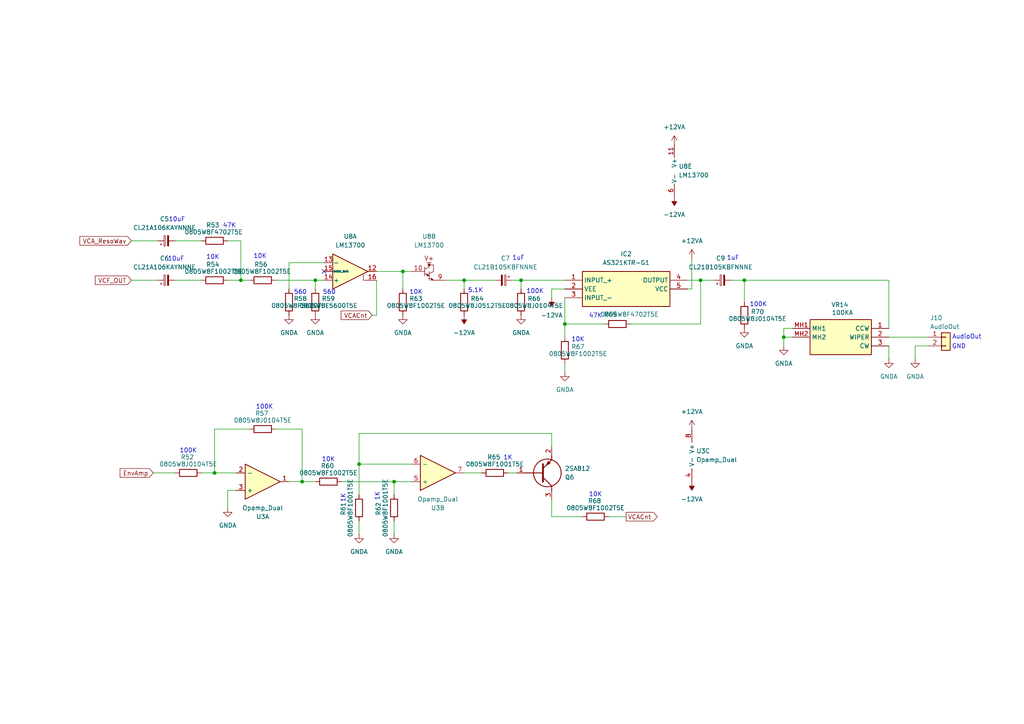
<source format=kicad_sch>
(kicad_sch (version 20250114) (generator "eeschema") (generator_version "9.0")
  (paper "A4")
  (lib_symbols
    (symbol "Amplifier_Operational:LM13700" (pin_names (offset 0.127))
      (property "Reference" "U" (at 3.81 5.08 0))
      (property "Value" "LM13700" (at 5.08 -5.08 0))
      (symbol "LM13700_1_1"
        (polyline (pts (xy 3.81 -0.635) (xy 3.81 -2.54) (xy 5.08 -2.54)))
        (polyline (pts (xy 5.08 0) (xy -5.08 -5.08) (xy -5.08 5.08) (xy 5.08 0)) (stroke (width 0.254)) (fill (type background)))
        (pin input line (at -7.62 2.54 0) (length 2.54) (name "-") (number "13"))
        (pin input line (at -7.62 0 0) (length 2.54) (name "DIODE_BIAS") (number "15"))
        (pin input line (at -7.62 -2.54 0) (length 2.54) (name "+") (number "14"))
        (pin output line (at 7.62 0 180) (length 2.54) (name "~") (number "12"))
        (pin input line (at 7.62 -2.54 180) (length 2.54) (name "~") (number "16"))
      )
      (symbol "LM13700_2_0"
        (polyline (pts (xy -1.905 2.54) (xy -3.175 2.54)))
      )
      (symbol "LM13700_2_1"
        (polyline (pts (xy -3.81 1.27) (xy -3.81 -1.27)))
        (polyline (pts (xy -3.81 0.635) (xy -2.54 1.27) (xy -2.54 1.905) (xy -2.54 2.54)))
        (polyline (pts (xy -3.81 -0.635) (xy -2.54 -1.27)))
        (circle (center -2.54 1.905) (radius 0.254) (stroke (width 0.254)) (fill (type outline)))
        (polyline (pts (xy -2.54 0) (xy -2.54 -2.54)))
        (polyline (pts (xy -2.54 -0.635) (xy -1.27 0) (xy -1.27 1.905) (xy -2.54 1.905)))
        (polyline (pts (xy -2.54 -1.27) (xy -3.175 -0.635) (xy -3.175 -1.27) (xy -2.54 -1.27)) (fill (type outline)))
        (polyline (pts (xy -2.54 -1.905) (xy -1.27 -2.54)))
        (polyline (pts (xy -1.27 -2.54) (xy -1.905 -1.905) (xy -1.905 -2.54) (xy -1.27 -2.54)) (fill (type outline)))
        (text "V+" (at -2.54 3.81 0) (effects (font (size 1.27 1.27))))
        (pin input line (at -7.62 0 0) (length 3.81) (name "~") (number "10"))
        (pin output line (at 2.54 -2.54 180) (length 3.81) (name "~") (number "9"))
      )
      (symbol "LM13700_3_1"
        (polyline (pts (xy 3.81 -0.635) (xy 3.81 -2.54) (xy 5.08 -2.54)))
        (polyline (pts (xy 5.08 0) (xy -5.08 -5.08) (xy -5.08 5.08) (xy 5.08 0)) (stroke (width 0.254)) (fill (type background)))
        (pin input line (at -7.62 2.54 0) (length 2.54) (name "-") (number "4"))
        (pin input line (at -7.62 0 0) (length 2.54) (name "DIODE_BIAS") (number "2"))
        (pin input line (at -7.62 -2.54 0) (length 2.54) (name "+") (number "3"))
        (pin output line (at 7.62 0 180) (length 2.54) (name "~") (number "5"))
        (pin input line (at 7.62 -2.54 180) (length 2.54) (name "~") (number "1"))
      )
      (symbol "LM13700_4_0"
        (polyline (pts (xy -3.175 2.54) (xy -1.905 2.54)))
        (text "V+" (at -2.54 3.81 0) (effects (font (size 1.27 1.27))))
      )
      (symbol "LM13700_4_1"
        (polyline (pts (xy -3.81 1.27) (xy -3.81 -1.27)))
        (polyline (pts (xy -3.81 0.635) (xy -2.54 1.27) (xy -2.54 2.54)))
        (polyline (pts (xy -3.81 -0.635) (xy -2.54 -1.27)))
        (circle (center -2.54 1.905) (radius 0.254) (stroke (width 0.254)) (fill (type outline)))
        (polyline (pts (xy -2.54 0) (xy -2.54 -2.54)))
        (polyline (pts (xy -2.54 -0.635) (xy -1.27 0) (xy -1.27 1.905) (xy -2.54 1.905)))
        (polyline (pts (xy -2.54 -1.27) (xy -3.175 -0.635) (xy -3.175 -1.27) (xy -2.54 -1.27)) (fill (type outline)))
        (polyline (pts (xy -2.54 -1.905) (xy -1.27 -2.54)))
        (polyline (pts (xy -1.27 -2.54) (xy -1.905 -1.905) (xy -1.905 -2.54) (xy -1.27 -2.54)) (fill (type outline)))
        (pin input line (at -7.62 0 0) (length 3.81) (name "~") (number "7"))
        (pin output line (at 2.54 -2.54 180) (length 3.81) (name "~") (number "8"))
      )
      (symbol "LM13700_5_1"
        (pin power_in line (at -2.54 7.62 270) (length 3.81) (name "V+") (number "11"))
        (pin power_in line (at -2.54 -7.62 90) (length 3.81) (name "V-") (number "6"))
      )
    )
    (symbol "Connector_Generic:Conn_01x02" (pin_names (offset 1.016) (hide yes))
      (property "Reference" "J" (at 0 2.54 0))
      (property "Value" "Conn_01x02" (at 0 -5.08 0))
      (symbol "Conn_01x02_1_1"
        (rectangle (start -1.27 1.27) (end 1.27 -3.81) (stroke (width 0.254)) (fill (type background)))
        (rectangle (start -1.27 0.127) (end 0 -0.127) (stroke (width 0.1524)))
        (rectangle (start -1.27 -2.413) (end 0 -2.667) (stroke (width 0.1524)))
        (pin passive line (at -5.08 0 0) (length 3.81) (name "Pin_1") (number "1"))
        (pin passive line (at -5.08 -2.54 0) (length 3.81) (name "Pin_2") (number "2"))
      )
    )
    (symbol "Device:C_Polarized_Small" (pin_numbers (hide yes)) (pin_names (offset 0.254) (hide yes))
      (property "Reference" "C" (at 0.254 1.778 0))
      (property "Value" "C_Polarized_Small" (at 0.254 -2.032 0))
      (symbol "C_Polarized_Small_0_1"
        (rectangle (start -1.524 0.6858) (end 1.524 0.3048))
        (rectangle (start -1.524 -0.3048) (end 1.524 -0.6858) (fill (type outline)))
        (polyline (pts (xy -1.27 1.524) (xy -0.762 1.524)))
        (polyline (pts (xy -1.016 1.27) (xy -1.016 1.778)))
      )
      (symbol "C_Polarized_Small_1_1"
        (pin passive line (at 0 2.54 270) (length 1.8542) (name "~") (number "1"))
        (pin passive line (at 0 -2.54 90) (length 1.8542) (name "~") (number "2"))
      )
    )
    (symbol "Device:Opamp_Dual"
      (property "Reference" "U" (at 0 5.08 0))
      (property "Value" "Opamp_Dual" (at 0 -5.08 0))
      (symbol "Opamp_Dual_1_1"
        (polyline (pts (xy -5.08 5.08) (xy 5.08 0) (xy -5.08 -5.08) (xy -5.08 5.08)) (stroke (width 0.254)) (fill (type background)))
        (pin input line (at -7.62 2.54 0) (length 2.54) (name "+") (number "3"))
        (pin input line (at -7.62 -2.54 0) (length 2.54) (name "-") (number "2"))
        (pin output line (at 7.62 0 180) (length 2.54) (name "~") (number "1"))
      )
      (symbol "Opamp_Dual_2_1"
        (polyline (pts (xy -5.08 5.08) (xy 5.08 0) (xy -5.08 -5.08) (xy -5.08 5.08)) (stroke (width 0.254)) (fill (type background)))
        (pin input line (at -7.62 2.54 0) (length 2.54) (name "+") (number "5"))
        (pin input line (at -7.62 -2.54 0) (length 2.54) (name "-") (number "6"))
        (pin output line (at 7.62 0 180) (length 2.54) (name "~") (number "7"))
      )
      (symbol "Opamp_Dual_3_1"
        (pin power_in line (at -2.54 7.62 270) (length 3.81) (name "V+") (number "8"))
        (pin power_in line (at -2.54 -7.62 90) (length 3.81) (name "V-") (number "4"))
      )
    )
    (symbol "Device:R" (pin_numbers (hide yes)) (pin_names (offset 0))
      (property "Reference" "R" (at 2.032 0 90))
      (property "Value" "R" (at 0 0 90))
      (symbol "R_0_1"
        (rectangle (start -1.016 -2.54) (end 1.016 2.54) (stroke (width 0.254)))
      )
      (symbol "R_1_1"
        (pin passive line (at 0 3.81 270) (length 1.27) (name "~") (number "1"))
        (pin passive line (at 0 -3.81 90) (length 1.27) (name "~") (number "2"))
      )
    )
    (symbol "SamacSys_Parts:2SA812" (pin_names (hide yes))
      (property "Reference" "Q" (at 13.97 1.27 0))
      (property "Value" "2SA812" (at 13.97 -1.27 0))
      (symbol "2SA812_1_1"
        (polyline (pts (xy 2.54 0) (xy 7.62 0)) (stroke (width 0.254)))
        (polyline (pts (xy 7.62 2.54) (xy 7.62 -2.54)) (stroke (width 0.508)))
        (polyline (pts (xy 7.62 1.27) (xy 10.16 3.81)) (stroke (width 0.254)))
        (polyline (pts (xy 7.62 -1.27) (xy 10.16 -3.81)) (stroke (width 0.254)))
        (circle (center 8.89 0) (radius 4.016) (stroke (width 0.254)))
        (polyline (pts (xy 9.652 -2.794) (xy 9.144 -3.302) (xy 8.636 -2.286) (xy 9.652 -2.794)) (stroke (width 0.254)) (fill (type outline)))
        (polyline (pts (xy 10.16 3.81) (xy 10.16 5.08)) (stroke (width 0.254)))
        (polyline (pts (xy 10.16 -3.81) (xy 10.16 -5.08)) (stroke (width 0.254)))
        (pin passive line (at 0 0 0) (length 2.54) (name "B") (number "1"))
        (pin passive line (at 10.16 7.62 270) (length 2.54) (name "C") (number "3"))
        (pin passive line (at 10.16 -7.62 90) (length 2.54) (name "E") (number "2"))
      )
    )
    (symbol "SamacSys_Parts:AS321KTR-E1"
      (property "Reference" "D" (at 31.75 7.62 0))
      (property "Value" "AS321KTR-E1" (at 31.75 5.08 0))
      (symbol "AS321KTR-E1_1_1"
        (rectangle (start 5.08 2.54) (end 30.48 -7.62) (stroke (width 0.254)) (fill (type background)))
        (pin passive line (at 0 0 0) (length 5.08) (name "INPUT_+") (number "1"))
        (pin passive line (at 0 -2.54 0) (length 5.08) (name "VEE") (number "2"))
        (pin passive line (at 0 -5.08 0) (length 5.08) (name "INPUT_-") (number "3"))
        (pin passive line (at 35.56 0 180) (length 5.08) (name "OUTPUT") (number "4"))
        (pin passive line (at 35.56 -2.54 180) (length 5.08) (name "VCC") (number "5"))
      )
    )
    (symbol "SamacSys_Parts:RK09D117000B"
      (property "Reference" "VR" (at 24.13 7.62 0))
      (property "Value" "RK09D117000B" (at 24.13 5.08 0))
      (symbol "RK09D117000B_1_1"
        (rectangle (start 5.08 2.54) (end 22.86 -7.62) (stroke (width 0.254)) (fill (type background)))
        (pin passive line (at 0 0 0) (length 5.08) (name "CCW") (number "1"))
        (pin passive line (at 0 -2.54 0) (length 5.08) (name "WIPER") (number "2"))
        (pin passive line (at 0 -5.08 0) (length 5.08) (name "CW") (number "3"))
        (pin passive line (at 27.94 0 180) (length 5.08) (name "MH1") (number "MH1"))
        (pin passive line (at 27.94 -2.54 180) (length 5.08) (name "MH2") (number "MH2"))
      )
    )
    (symbol "power:+12VA" (power) (pin_numbers (hide yes)) (pin_names (offset 0) (hide yes))
      (property "Value" "+12VA" (at 0 3.556 0))
      (symbol "+12VA_0_1"
        (polyline (pts (xy -0.762 1.27) (xy 0 2.54)))
        (polyline (pts (xy 0 2.54) (xy 0.762 1.27)))
        (polyline (pts (xy 0 0) (xy 0 2.54)))
      )
      (symbol "+12VA_1_1"
        (pin power_in line (at 0 0 90) (length 0) (name "~") (number "1"))
      )
    )
    (symbol "power:-12VA" (power) (pin_numbers (hide yes)) (pin_names (offset 0) (hide yes))
      (property "Value" "-12VA" (at 0 3.556 0))
      (symbol "-12VA_0_0"
        (pin power_in line (at 0 0 90) (length 0) (name "~") (number "1"))
      )
      (symbol "-12VA_0_1"
        (polyline (pts (xy 0 0) (xy 0 1.27) (xy 0.762 1.27) (xy 0 2.54) (xy -0.762 1.27) (xy 0 1.27)) (fill (type outline)))
      )
    )
    (symbol "power:GNDA" (power) (pin_numbers (hide yes)) (pin_names (offset 0) (hide yes))
      (property "Value" "GNDA" (at 0 -3.81 0))
      (symbol "GNDA_0_1"
        (polyline (pts (xy 0 0) (xy 0 -1.27) (xy 1.27 -1.27) (xy 0 -2.54) (xy -1.27 -1.27) (xy 0 -1.27)))
      )
      (symbol "GNDA_1_1"
        (pin power_in line (at 0 0 270) (length 0) (name "~") (number "1"))
      )
    )
  )
  (text "10K" (at 61.722 74.676 0) (effects (font (size 1.27 1.27))))
  (text "10K" (at 95.25 133.35 0) (effects (font (size 1.27 1.27))))
  (text "10K" (at 172.72 143.51 0) (effects (font (size 1.27 1.27))))
  (text "100K" (at 219.964 88.392 0) (effects (font (size 1.27 1.27))))
  (text "47K" (at 66.548 65.532 0) (effects (font (size 1.27 1.27))))
  (text "1uF" (at 212.598 74.93 0) (effects (font (size 1.27 1.27))))
  (text "10K" (at 167.64 98.552 0) (effects (font (size 1.27 1.27))))
  (text "10uF" (at 51.308 63.754 0) (effects (font (size 1.27 1.27))))
  (text "10uF" (at 51.054 75.184 0) (effects (font (size 1.27 1.27))))
  (text "100K" (at 155.194 84.582 0) (effects (font (size 1.27 1.27))))
  (text "5.1K" (at 137.922 84.328 0) (effects (font (size 1.27 1.27))))
  (text "560" (at 87.122 84.836 0) (effects (font (size 1.27 1.27))))
  (text "100K" (at 76.708 118.11 0) (effects (font (size 1.27 1.27))))
  (text "100K" (at 54.61 130.81 0) (effects (font (size 1.27 1.27))))
  (text "10K" (at 75.438 74.422 0) (effects (font (size 1.27 1.27))))
  (text "1K" (at 109.474 144.018 90) (effects (font (size 1.27 1.27))))
  (text "560" (at 95.504 84.836 0) (effects (font (size 1.27 1.27))))
  (text "1K" (at 147.32 132.842 0) (effects (font (size 1.27 1.27))))
  (text "GND" (at 278.13 100.584 0) (effects (font (size 1.27 1.27))))
  (text "1uF" (at 150.368 74.93 0) (effects (font (size 1.27 1.27))))
  (text "47K" (at 172.72 91.694 0) (effects (font (size 1.27 1.27))))
  (text "10K" (at 120.65 84.836 0) (effects (font (size 1.27 1.27))))
  (text "1K" (at 99.568 144.526 90) (effects (font (size 1.27 1.27))))
  (text "AudioOut" (at 280.416 97.79 0) (effects (font (size 1.27 1.27))))
  (junction (at 62.23 137.16))
  (junction (at 116.84 78.74))
  (junction (at 215.9 81.28))
  (junction (at 163.83 93.98))
  (junction (at 104.14 134.62))
  (junction (at 203.2 81.28))
  (junction (at 91.44 81.28))
  (junction (at 87.63 139.7))
  (junction (at 227.33 97.79))
  (junction (at 69.85 81.28))
  (junction (at 134.62 81.28))
  (junction (at 151.13 81.28))
  (junction (at 114.3 139.7))
  (no_connect (at 93.98 78.74))
  (wire (pts (xy 80.01 124.46) (xy 87.63 124.46)))
  (wire (pts (xy 163.83 86.36) (xy 163.83 93.98)))
  (wire (pts (xy 160.02 83.82) (xy 160.02 86.36)))
  (wire (pts (xy 72.39 124.46) (xy 62.23 124.46)))
  (wire (pts (xy 200.66 83.82) (xy 199.39 83.82)))
  (wire (pts (xy 50.8 81.28) (xy 58.42 81.28)))
  (wire (pts (xy 104.14 125.73) (xy 104.14 134.62)))
  (wire (pts (xy 229.87 97.79) (xy 227.33 97.79)))
  (wire (pts (xy 215.9 81.28) (xy 215.9 87.63)))
  (wire (pts (xy 69.85 81.28) (xy 72.39 81.28)))
  (wire (pts (xy 109.22 91.44) (xy 107.95 91.44)))
  (wire (pts (xy 66.04 142.24) (xy 66.04 147.32)))
  (wire (pts (xy 229.87 95.25) (xy 227.33 95.25)))
  (wire (pts (xy 87.63 139.7) (xy 91.44 139.7)))
  (wire (pts (xy 50.8 69.85) (xy 58.42 69.85)))
  (wire (pts (xy 203.2 81.28) (xy 203.2 93.98)))
  (wire (pts (xy 212.09 81.28) (xy 215.9 81.28)))
  (wire (pts (xy 134.62 81.28) (xy 143.51 81.28)))
  (wire (pts (xy 91.44 81.28) (xy 80.01 81.28)))
  (wire (pts (xy 62.23 124.46) (xy 62.23 137.16)))
  (wire (pts (xy 62.23 137.16) (xy 68.58 137.16)))
  (wire (pts (xy 114.3 139.7) (xy 114.3 143.51)))
  (wire (pts (xy 114.3 151.13) (xy 114.3 154.94)))
  (wire (pts (xy 148.59 81.28) (xy 151.13 81.28)))
  (wire (pts (xy 163.83 93.98) (xy 163.83 97.79)))
  (wire (pts (xy 215.9 81.28) (xy 257.81 81.28)))
  (wire (pts (xy 160.02 125.73) (xy 160.02 129.54)))
  (wire (pts (xy 199.39 81.28) (xy 203.2 81.28)))
  (wire (pts (xy 176.53 149.86) (xy 181.61 149.86)))
  (wire (pts (xy 58.42 137.16) (xy 62.23 137.16)))
  (wire (pts (xy 93.98 76.2) (xy 83.82 76.2)))
  (wire (pts (xy 200.66 74.93) (xy 200.66 83.82)))
  (wire (pts (xy 257.81 81.28) (xy 257.81 95.25)))
  (wire (pts (xy 116.84 83.82) (xy 116.84 78.74)))
  (wire (pts (xy 160.02 125.73) (xy 104.14 125.73)))
  (wire (pts (xy 134.62 81.28) (xy 134.62 83.82)))
  (wire (pts (xy 104.14 134.62) (xy 119.38 134.62)))
  (wire (pts (xy 257.81 97.79) (xy 269.24 97.79)))
  (wire (pts (xy 116.84 78.74) (xy 119.38 78.74)))
  (wire (pts (xy 91.44 81.28) (xy 93.98 81.28)))
  (wire (pts (xy 160.02 144.78) (xy 160.02 149.86)))
  (wire (pts (xy 265.43 100.33) (xy 265.43 104.14)))
  (wire (pts (xy 104.14 143.51) (xy 104.14 134.62)))
  (wire (pts (xy 151.13 81.28) (xy 151.13 83.82)))
  (wire (pts (xy 203.2 93.98) (xy 182.88 93.98)))
  (wire (pts (xy 109.22 81.28) (xy 109.22 91.44)))
  (wire (pts (xy 66.04 81.28) (xy 69.85 81.28)))
  (wire (pts (xy 129.54 81.28) (xy 134.62 81.28)))
  (wire (pts (xy 38.1 81.28) (xy 45.72 81.28)))
  (wire (pts (xy 163.83 93.98) (xy 175.26 93.98)))
  (wire (pts (xy 91.44 81.28) (xy 91.44 83.82)))
  (wire (pts (xy 44.45 137.16) (xy 50.8 137.16)))
  (wire (pts (xy 38.1 69.85) (xy 45.72 69.85)))
  (wire (pts (xy 66.04 69.85) (xy 69.85 69.85)))
  (wire (pts (xy 87.63 139.7) (xy 87.63 124.46)))
  (wire (pts (xy 151.13 81.28) (xy 163.83 81.28)))
  (wire (pts (xy 163.83 83.82) (xy 160.02 83.82)))
  (wire (pts (xy 269.24 100.33) (xy 265.43 100.33)))
  (wire (pts (xy 227.33 97.79) (xy 227.33 100.33)))
  (wire (pts (xy 66.04 142.24) (xy 68.58 142.24)))
  (wire (pts (xy 83.82 139.7) (xy 87.63 139.7)))
  (wire (pts (xy 99.06 139.7) (xy 114.3 139.7)))
  (wire (pts (xy 83.82 76.2) (xy 83.82 83.82)))
  (wire (pts (xy 203.2 81.28) (xy 207.01 81.28)))
  (wire (pts (xy 227.33 95.25) (xy 227.33 97.79)))
  (wire (pts (xy 109.22 78.74) (xy 116.84 78.74)))
  (wire (pts (xy 69.85 69.85) (xy 69.85 81.28)))
  (wire (pts (xy 104.14 151.13) (xy 104.14 154.94)))
  (wire (pts (xy 134.62 137.16) (xy 139.7 137.16)))
  (wire (pts (xy 163.83 105.41) (xy 163.83 107.95)))
  (wire (pts (xy 257.81 100.33) (xy 257.81 104.14)))
  (wire (pts (xy 147.32 137.16) (xy 149.86 137.16)))
  (wire (pts (xy 160.02 149.86) (xy 168.91 149.86)))
  (wire (pts (xy 119.38 139.7) (xy 114.3 139.7)))
  (global_label "VCA_ResoWav" (shape input) (at 38.1 69.85 180) (property "Intersheetrefs" "${INTERSHEET_REFS}" (effects (hide yes))))
  (global_label "VCACnt" (shape input) (at 107.95 91.44 180) (property "Intersheetrefs" "${INTERSHEET_REFS}" (effects (hide yes))))
  (global_label "VCACnt" (shape output) (at 181.61 149.86 0) (property "Intersheetrefs" "${INTERSHEET_REFS}" (effects (hide yes))))
  (global_label "VCF_OUT" (shape input) (at 38.1 81.28 180) (property "Intersheetrefs" "${INTERSHEET_REFS}" (effects (hide yes))))
  (global_label "EnvAmp" (shape input) (at 44.45 137.16 180) (property "Intersheetrefs" "${INTERSHEET_REFS}" (effects (hide yes))))
  (symbol (lib_id "Device:R") (at 91.44 87.63 0) (mirror x) (unit 1)
    (property "Reference" "R59" (at 95.25 86.614 0))
    (property "Value" "0805W8F5600T5E" (at 95.25 88.646 0))
    (property "Footprint" "Resistor_SMD:R_0805_2012Metric_Pad1.20x1.40mm_HandSolder" (effects (hide yes)))
    (property "Description" "Resistor" (effects (hide yes)))
  )
  (symbol (lib_id "Device:C_Polarized_Small") (at 48.26 81.28 90) (unit 1)
    (property "Reference" "C6" (at 47.7139 74.93 90))
    (property "Value" "CL21A106KAYNNNE" (at 47.7139 77.47 90))
    (property "Footprint" "Capacitor_SMD:C_0805_2012Metric_Pad1.18x1.45mm_HandSolder" (effects (hide yes)))
    (property "Description" "Polarized capacitor, small symbol" (effects (hide yes)))
  )
  (symbol (lib_id "Device:R") (at 83.82 87.63 0) (mirror x) (unit 1)
    (property "Reference" "R58" (at 87.122 86.614 0))
    (property "Value" "0805W8F5600T5E" (at 87.122 88.646 0))
    (property "Footprint" "Resistor_SMD:R_0805_2012Metric_Pad1.20x1.40mm_HandSolder" (effects (hide yes)))
    (property "Description" "Resistor" (effects (hide yes)))
  )
  (symbol (lib_id "power:+12VA") (at 195.58 41.91 0) (unit 1)
    (property "Reference" "#PWR0124" (effects (hide yes)))
    (property "Value" "+12VA" (at 195.58 36.83 0))
    (property "Description" "Power symbol creates a global label with name \"+12VA\"" (effects (hide yes)))
  )
  (symbol (lib_id "power:GNDA") (at 265.43 104.14 0) (unit 1)
    (property "Reference" "#PWR0126" (effects (hide yes)))
    (property "Value" "GNDA" (at 265.43 109.22 0))
    (property "Description" "Power symbol creates a global label with name \"GNDA\" , analog ground" (effects (hide yes)))
  )
  (symbol (lib_id "Device:R") (at 76.2 124.46 90) (unit 1)
    (property "Reference" "R57" (at 75.946 119.888 90))
    (property "Value" "0805W8J0104T5E" (at 76.2 121.92 90))
    (property "Footprint" "Resistor_SMD:R_0805_2012Metric_Pad1.20x1.40mm_HandSolder" (effects (hide yes)))
    (property "Description" "Resistor" (effects (hide yes)))
  )
  (symbol (lib_id "SamacSys_Parts:AS321KTR-E1") (at 163.83 81.28 0) (unit 1)
    (property "Reference" "IC2" (at 181.61 73.66 0))
    (property "Value" "AS321KTR-G1" (at 181.61 76.2 0))
    (property "Footprint" "SamacSys_parts:SOT95P282X145-5N" (effects (hide yes)))
    (property "Datasheet" "https://www.diodes.com//assets/Datasheets/AS321.pdf" (effects (hide yes)))
    (property "Description" "Excellent Phase Margin: 60 deg.  Large Voltage Gain: 100dB (Typical)  Low Input Bias Current: 20nA (Typical)  Low Input Offset Voltage: 2mV (Typical)  Low Supply Current: 0.35mA at VCC = 5V  Wide Power Supply Voltage:  Single Supply: 3V to 36V  Dual Supplies: +/-1.5V to +/-18V  Wide Input Common Mode Voltage Range: 0V to VCC-1.5V  Lead-Free Packages: SOT25  Totally Lead-Free; RoHS Compliant (Notes 1 & 2)  Lead-Free Packages, Available in Green Molding Compound: SOT25  Totally Lead-F" (effects (hide yes)))
    (property "Height" "1.45" (effects (hide yes)))
    (property "Manufacturer_Name" "Diodes Incorporated" (effects (hide yes)))
    (property "Manufacturer_Part_Number" "AS321KTR-E1" (effects (hide yes)))
    (property "Mouser Part Number" "621-AS321KTR-E1" (effects (hide yes)))
    (property "Mouser Price/Stock" "https://www.mouser.co.uk/ProductDetail/Diodes-Incorporated/AS321KTR-E1?qs=5V6w%252Be2aIqbJH6DETpx4Lw%3D%3D" (effects (hide yes)))
    (property "Arrow Part Number" "AS321KTR-E1" (effects (hide yes)))
    (property "Arrow Price/Stock" "https://www.arrow.com/en/products/as321ktr-e1/diodes-incorporated?region=nac" (effects (hide yes)))
  )
  (symbol (lib_id "Device:R") (at 62.23 81.28 270) (mirror x) (unit 1)
    (property "Reference" "R54" (at 61.722 76.708 90))
    (property "Value" "0805W8F1002T5E" (at 61.976 78.74 90))
    (property "Footprint" "Resistor_SMD:R_0805_2012Metric_Pad1.20x1.40mm_HandSolder" (effects (hide yes)))
    (property "Description" "Resistor" (effects (hide yes)))
  )
  (symbol (lib_id "power:GNDA") (at 215.9 95.25 0) (mirror y) (unit 1)
    (property "Reference" "#PWR0122" (effects (hide yes)))
    (property "Value" "GNDA" (at 215.9 100.33 0))
    (property "Description" "Power symbol creates a global label with name \"GNDA\" , analog ground" (effects (hide yes)))
  )
  (symbol (lib_id "Device:R") (at 116.84 87.63 0) (mirror x) (unit 1)
    (property "Reference" "R63" (at 120.65 86.614 0))
    (property "Value" "0805W8F1002T5E" (at 120.65 88.646 0))
    (property "Footprint" "Resistor_SMD:R_0805_2012Metric_Pad1.20x1.40mm_HandSolder" (effects (hide yes)))
    (property "Description" "Resistor" (effects (hide yes)))
  )
  (symbol (lib_id "power:GNDA") (at 163.83 107.95 0) (mirror y) (unit 1)
    (property "Reference" "#PWR0121" (effects (hide yes)))
    (property "Value" "GNDA" (at 163.83 113.03 0))
    (property "Description" "Power symbol creates a global label with name \"GNDA\" , analog ground" (effects (hide yes)))
  )
  (symbol (lib_id "Device:R") (at 114.3 147.32 180) (unit 1)
    (property "Reference" "R62" (at 109.728 147.574 90))
    (property "Value" "0805W8F1001T5E" (at 111.76 147.32 90))
    (property "Footprint" "Resistor_SMD:R_0805_2012Metric_Pad1.20x1.40mm_HandSolder" (effects (hide yes)))
    (property "Description" "Resistor" (effects (hide yes)))
  )
  (symbol (lib_id "Connector_Generic:Conn_01x02") (at 274.32 97.79 0) (unit 1)
    (property "Reference" "J10" (at 269.748 92.202 0) (effects (justify left)))
    (property "Value" "AudioOut" (at 269.748 94.742 0) (effects (justify left)))
    (property "Footprint" "Connector_PinHeader_2.54mm:PinHeader_1x02_P2.54mm_Vertical" (effects (hide yes)))
    (property "Description" "Generic connector, single row, 01x02, script generated (kicad-library-utils/schlib/autogen/connector/)" (effects (hide yes)))
  )
  (symbol (lib_id "power:GNDA") (at 257.81 104.14 0) (unit 1)
    (property "Reference" "#PWR0125" (effects (hide yes)))
    (property "Value" "GNDA" (at 257.81 109.22 0))
    (property "Description" "Power symbol creates a global label with name \"GNDA\" , analog ground" (effects (hide yes)))
  )
  (symbol (lib_id "power:GNDA") (at 151.13 91.44 0) (mirror y) (unit 1)
    (property "Reference" "#PWR0120" (effects (hide yes)))
    (property "Value" "GNDA" (at 151.13 96.52 0))
    (property "Description" "Power symbol creates a global label with name \"GNDA\" , analog ground" (effects (hide yes)))
  )
  (symbol (lib_id "Device:R") (at 163.83 101.6 0) (mirror x) (unit 1)
    (property "Reference" "R67" (at 167.64 100.584 0))
    (property "Value" "0805W8F1002T5E" (at 167.64 102.616 0))
    (property "Footprint" "Resistor_SMD:R_0805_2012Metric_Pad1.20x1.40mm_HandSolder" (effects (hide yes)))
    (property "Description" "Resistor" (effects (hide yes)))
  )
  (symbol (lib_id "Device:R") (at 54.61 137.16 90) (unit 1)
    (property "Reference" "R52" (at 54.356 132.588 90))
    (property "Value" "0805W8J0104T5E" (at 54.61 134.62 90))
    (property "Footprint" "Resistor_SMD:R_0805_2012Metric_Pad1.20x1.40mm_HandSolder" (effects (hide yes)))
    (property "Description" "Resistor" (effects (hide yes)))
  )
  (symbol (lib_id "Device:R") (at 143.51 137.16 90) (unit 1)
    (property "Reference" "R65" (at 143.256 132.588 90))
    (property "Value" "0805W8F1001T5E" (at 143.51 134.62 90))
    (property "Footprint" "Resistor_SMD:R_0805_2012Metric_Pad1.20x1.40mm_HandSolder" (effects (hide yes)))
    (property "Description" "Resistor" (effects (hide yes)))
  )
  (symbol (lib_id "Device:C_Polarized_Small") (at 209.55 81.28 90) (unit 1)
    (property "Reference" "C9" (at 209.0039 74.93 90))
    (property "Value" "CL21B105KBFNNNE" (at 209.0039 77.47 90))
    (property "Footprint" "Capacitor_SMD:C_0805_2012Metric_Pad1.18x1.45mm_HandSolder" (effects (hide yes)))
    (property "Description" "Polarized capacitor, small symbol" (effects (hide yes)))
  )
  (symbol (lib_id "power:-12VA") (at 134.62 91.44 180) (unit 1)
    (property "Reference" "#PWR0119" (effects (hide yes)))
    (property "Value" "-12VA" (at 134.62 96.52 0))
    (property "Description" "Power symbol creates a global label with name \"-12VA\"" (effects (hide yes)))
  )
  (symbol (lib_id "Device:R") (at 179.07 93.98 270) (mirror x) (unit 1)
    (property "Reference" "R69" (at 177.038 91.186 90))
    (property "Value" "0805W8F4702T5E" (at 182.626 91.186 90))
    (property "Footprint" "Resistor_SMD:R_0805_2012Metric_Pad1.20x1.40mm_HandSolder" (effects (hide yes)))
    (property "Description" "Resistor" (effects (hide yes)))
  )
  (symbol (lib_id "Device:R") (at 95.25 139.7 90) (unit 1)
    (property "Reference" "R60" (at 94.996 135.128 90))
    (property "Value" "0805W8F1002T5E" (at 95.25 137.16 90))
    (property "Footprint" "Resistor_SMD:R_0805_2012Metric_Pad1.20x1.40mm_HandSolder" (effects (hide yes)))
    (property "Description" "Resistor" (effects (hide yes)))
  )
  (symbol (lib_id "Device:R") (at 134.62 87.63 0) (mirror x) (unit 1)
    (property "Reference" "R64" (at 138.43 86.614 0))
    (property "Value" "0805W8J0512T5E" (at 138.43 88.646 0))
    (property "Footprint" "Resistor_SMD:R_0805_2012Metric_Pad1.20x1.40mm_HandSolder" (effects (hide yes)))
    (property "Description" "Resistor" (effects (hide yes)))
  )
  (symbol (lib_id "power:GNDA") (at 91.44 91.44 0) (mirror y) (unit 1)
    (property "Reference" "#PWR0114" (effects (hide yes)))
    (property "Value" "GNDA" (at 91.44 96.52 0))
    (property "Description" "Power symbol creates a global label with name \"GNDA\" , analog ground" (effects (hide yes)))
  )
  (symbol (lib_id "Device:C_Polarized_Small") (at 48.26 69.85 90) (unit 1)
    (property "Reference" "C5" (at 47.7139 63.5 90))
    (property "Value" "CL21A106KAYNNNE" (at 47.7139 66.04 90))
    (property "Footprint" "Capacitor_SMD:C_0805_2012Metric_Pad1.18x1.45mm_HandSolder" (effects (hide yes)))
    (property "Description" "Polarized capacitor, small symbol" (effects (hide yes)))
  )
  (symbol (lib_id "power:-12VA") (at 160.02 86.36 180) (unit 1)
    (property "Reference" "#PWR0161" (effects (hide yes)))
    (property "Value" "-12VA" (at 160.02 91.44 0))
    (property "Description" "Power symbol creates a global label with name \"-12VA\"" (effects (hide yes)))
  )
  (symbol (lib_id "power:+12VA") (at 200.66 74.93 0) (unit 1)
    (property "Reference" "#PWR0160" (effects (hide yes)))
    (property "Value" "+12VA" (at 200.66 69.85 0))
    (property "Description" "Power symbol creates a global label with name \"+12VA\"" (effects (hide yes)))
  )
  (symbol (lib_id "Device:R") (at 76.2 81.28 270) (mirror x) (unit 1)
    (property "Reference" "R56" (at 75.692 76.708 90))
    (property "Value" "0805W8F1002T5E" (at 75.946 78.74 90))
    (property "Footprint" "Resistor_SMD:R_0805_2012Metric_Pad1.20x1.40mm_HandSolder" (effects (hide yes)))
    (property "Description" "Resistor" (effects (hide yes)))
  )
  (symbol (lib_id "power:GNDA") (at 227.33 100.33 0) (unit 1)
    (property "Reference" "#PWR0123" (effects (hide yes)))
    (property "Value" "GNDA" (at 227.33 105.41 0))
    (property "Description" "Power symbol creates a global label with name \"GNDA\" , analog ground" (effects (hide yes)))
  )
  (symbol (lib_id "Device:Opamp_Dual") (at 76.2 139.7 0) (mirror x) (unit 1)
    (property "Reference" "U3" (at 76.2 149.86 0))
    (property "Value" "Opamp_Dual" (at 76.2 147.32 0))
    (property "Footprint" "Package_SO:SOIC-8_3.9x4.9mm_P1.27mm" (effects (hide yes)))
    (property "Description" "Dual operational amplifier" (effects (hide yes)))
    (property "Sim.Library" "${KICAD9_SYMBOL_DIR}/Simulation_SPICE.sp" (effects (hide yes)))
    (property "Sim.Name" "kicad_builtin_opamp_dual" (effects (hide yes)))
    (property "Sim.Device" "SUBCKT" (effects (hide yes)))
    (property "Sim.Pins" "1=out1 2=in1- 3=in1+ 4=vee 5=in2+ 6=in2- 7=out2 8=vcc" (effects (hide yes)))
  )
  (symbol (lib_id "Device:R") (at 172.72 149.86 90) (unit 1)
    (property "Reference" "R68" (at 172.466 145.288 90))
    (property "Value" "0805W8F1002T5E" (at 172.72 147.32 90))
    (property "Footprint" "Resistor_SMD:R_0805_2012Metric_Pad1.20x1.40mm_HandSolder" (effects (hide yes)))
    (property "Description" "Resistor" (effects (hide yes)))
  )
  (symbol (lib_id "power:-12VA") (at 195.58 57.15 180) (unit 1)
    (property "Reference" "#PWR0159" (effects (hide yes)))
    (property "Value" "-12VA" (at 195.58 62.23 0))
    (property "Description" "Power symbol creates a global label with name \"-12VA\"" (effects (hide yes)))
  )
  (symbol (lib_id "Device:C_Polarized_Small") (at 146.05 81.28 270) (unit 1)
    (property "Reference" "C7" (at 146.5961 74.93 90))
    (property "Value" "CL21B105KBFNNNE" (at 146.5961 77.47 90))
    (property "Footprint" "Capacitor_SMD:C_0805_2012Metric_Pad1.18x1.45mm_HandSolder" (effects (hide yes)))
    (property "Description" "Polarized capacitor, small symbol" (effects (hide yes)))
  )
  (symbol (lib_id "power:GNDA") (at 114.3 154.94 0) (unit 1)
    (property "Reference" "#PWR0117" (effects (hide yes)))
    (property "Value" "GNDA" (at 114.3 160.02 0))
    (property "Description" "Power symbol creates a global label with name \"GNDA\" , analog ground" (effects (hide yes)))
  )
  (symbol (lib_id "power:GNDA") (at 66.04 147.32 0) (unit 1)
    (property "Reference" "#PWR0111" (effects (hide yes)))
    (property "Value" "GNDA" (at 66.04 152.4 0))
    (property "Description" "Power symbol creates a global label with name \"GNDA\" , analog ground" (effects (hide yes)))
  )
  (symbol (lib_id "Device:R") (at 104.14 147.32 180) (unit 1)
    (property "Reference" "R61" (at 99.568 147.574 90))
    (property "Value" "0805W8F1001T5E" (at 101.6 147.32 90))
    (property "Footprint" "Resistor_SMD:R_0805_2012Metric_Pad1.20x1.40mm_HandSolder" (effects (hide yes)))
    (property "Description" "Resistor" (effects (hide yes)))
  )
  (symbol (lib_id "power:GNDA") (at 104.14 154.94 0) (unit 1)
    (property "Reference" "#PWR0116" (effects (hide yes)))
    (property "Value" "GNDA" (at 104.14 160.02 0))
    (property "Description" "Power symbol creates a global label with name \"GNDA\" , analog ground" (effects (hide yes)))
  )
  (symbol (lib_id "Device:R") (at 151.13 87.63 0) (mirror x) (unit 1)
    (property "Reference" "R66" (at 154.94 86.614 0))
    (property "Value" "0805W8J0104T5E" (at 154.94 88.646 0))
    (property "Footprint" "Resistor_SMD:R_0805_2012Metric_Pad1.20x1.40mm_HandSolder" (effects (hide yes)))
    (property "Description" "Resistor" (effects (hide yes)))
  )
  (symbol (lib_id "Amplifier_Operational:LM13700") (at 198.12 49.53 0) (unit 5)
    (property "Reference" "U8" (at 196.85 48.2599 0) (effects (justify left)))
    (property "Value" "LM13700" (at 196.85 50.7999 0) (effects (justify left)))
    (property "Footprint" "Package_SO:SOIC-16_3.9x9.9mm_P1.27mm" (effects (hide yes)))
    (property "Datasheet" "http://www.ti.com/lit/ds/symlink/lm13700.pdf" (effects (hide yes)))
    (property "Description" "Dual Operational Transconductance Amplifiers with Linearizing Diodes and Buffers, DIP-16/SOIC-16" (effects (hide yes)))
  )
  (symbol (lib_id "power:GNDA") (at 83.82 91.44 0) (mirror y) (unit 1)
    (property "Reference" "#PWR0113" (effects (hide yes)))
    (property "Value" "GNDA" (at 83.82 96.52 0))
    (property "Description" "Power symbol creates a global label with name \"GNDA\" , analog ground" (effects (hide yes)))
  )
  (symbol (lib_id "Device:R") (at 215.9 91.44 0) (mirror x) (unit 1)
    (property "Reference" "R70" (at 219.71 90.424 0))
    (property "Value" "0805W8J0104T5E" (at 219.71 92.456 0))
    (property "Footprint" "Resistor_SMD:R_0805_2012Metric_Pad1.20x1.40mm_HandSolder" (effects (hide yes)))
    (property "Description" "Resistor" (effects (hide yes)))
  )
  (symbol (lib_id "power:GNDA") (at 116.84 91.44 0) (mirror y) (unit 1)
    (property "Reference" "#PWR0118" (effects (hide yes)))
    (property "Value" "GNDA" (at 116.84 96.52 0))
    (property "Description" "Power symbol creates a global label with name \"GNDA\" , analog ground" (effects (hide yes)))
  )
  (symbol (lib_id "Amplifier_Operational:LM13700") (at 127 78.74 0) (unit 2)
    (property "Reference" "U8" (at 124.46 68.58 0))
    (property "Value" "LM13700" (at 124.46 71.12 0))
    (property "Footprint" "Package_SO:SOIC-16_3.9x9.9mm_P1.27mm" (effects (hide yes)))
    (property "Datasheet" "http://www.ti.com/lit/ds/symlink/lm13700.pdf" (effects (hide yes)))
    (property "Description" "Dual Operational Transconductance Amplifiers with Linearizing Diodes and Buffers, DIP-16/SOIC-16" (effects (hide yes)))
  )
  (symbol (lib_id "power:+12VA") (at 200.66 124.46 0) (unit 1)
    (property "Reference" "#PWR044" (effects (hide yes)))
    (property "Value" "+12VA" (at 200.66 119.38 0))
    (property "Description" "Power symbol creates a global label with name \"+12VA\"" (effects (hide yes)))
  )
  (symbol (lib_id "Device:Opamp_Dual") (at 127 137.16 0) (mirror x) (unit 2)
    (property "Reference" "U3" (at 127 147.32 0))
    (property "Value" "Opamp_Dual" (at 127 144.78 0))
    (property "Footprint" "Package_SO:SOIC-8_3.9x4.9mm_P1.27mm" (effects (hide yes)))
    (property "Description" "Dual operational amplifier" (effects (hide yes)))
    (property "Sim.Library" "${KICAD9_SYMBOL_DIR}/Simulation_SPICE.sp" (effects (hide yes)))
    (property "Sim.Name" "kicad_builtin_opamp_dual" (effects (hide yes)))
    (property "Sim.Device" "SUBCKT" (effects (hide yes)))
    (property "Sim.Pins" "1=out1 2=in1- 3=in1+ 4=vee 5=in2+ 6=in2- 7=out2 8=vcc" (effects (hide yes)))
  )
  (symbol (lib_id "SamacSys_Parts:RK09D117000B") (at 257.81 95.25 0) (mirror y) (unit 1)
    (property "Reference" "VR14" (at 243.586 88.392 0))
    (property "Value" "100KA" (at 244.348 90.678 0))
    (property "Footprint" "SamacSys_parts:RK09D117000B" (effects (hide yes)))
    (property "Datasheet" "https://tech.alpsalpine.com/prod/j/html/potentiometer/rotarypotentiometers/rk09k/rk09d117000b.html" (effects (hide yes)))
    (property "Description" "9-inch insulated shaft snap-in type RK09K/RK09D series" (effects (hide yes)))
    (property "Height" "30" (effects (hide yes)))
    (property "Manufacturer_Name" "ALPS Electric" (effects (hide yes)))
    (property "Manufacturer_Part_Number" "RK09D117000B" (effects (hide yes)))
    (property "Mouser Part Number" "688-RK09D117000B" (effects (hide yes)))
    (property "Mouser Price/Stock" "https://www.mouser.co.uk/ProductDetail/Alps-Alpine/RK09D117000B?qs=3cOf6TWd2rbc67829PEbEQ%3D%3D" (effects (hide yes)))
  )
  (symbol (lib_id "Device:R") (at 62.23 69.85 270) (mirror x) (unit 1)
    (property "Reference" "R53" (at 61.722 65.278 90))
    (property "Value" "0805W8F4702T5E" (at 61.976 67.31 90))
    (property "Footprint" "Resistor_SMD:R_0805_2012Metric_Pad1.20x1.40mm_HandSolder" (effects (hide yes)))
    (property "Description" "Resistor" (effects (hide yes)))
  )
  (symbol (lib_id "SamacSys_Parts:2SA812") (at 149.86 137.16 0) (mirror x) (unit 1)
    (property "Reference" "Q6" (at 163.83 138.4301 0) (effects (justify left)))
    (property "Value" "2SA812" (at 163.83 135.8901 0) (effects (justify left)))
    (property "Footprint" "SamacSys_parts:SOT95P240X120-3N" (effects (hide yes)))
    (property "Datasheet" "https://4donline.ihs.com/images/VipMasterIC/IC/GSCC/GSCC-S-A0010612759/GSCC-S-A0010613804-1.pdf?hkey=EF798316E3902B6ED9A73243A3159BB0" (effects (hide yes)))
    (property "Description" "Silicon Epitaxial Planar Transistor,Commplementary to 2SC1623.  High DC current gain:hFE=200typ. (VCE=-6.0V,IC=-1.0mA)  High Voltage: VCEO=-50V." (effects (hide yes)))
    (property "Height" "1.2" (effects (hide yes)))
    (property "Manufacturer_Name" "Galaxy" (effects (hide yes)))
    (property "Manufacturer_Part_Number" "2SA812" (effects (hide yes)))
  )
  (symbol (lib_id "power:-12VA") (at 200.66 139.7 180) (unit 1)
    (property "Reference" "#PWR0166" (effects (hide yes)))
    (property "Value" "-12VA" (at 200.66 144.78 0))
    (property "Description" "Power symbol creates a global label with name \"-12VA\"" (effects (hide yes)))
  )
  (symbol (lib_id "Device:Opamp_Dual") (at 203.2 132.08 0) (unit 3)
    (property "Reference" "U3" (at 201.93 130.8099 0) (effects (justify left)))
    (property "Value" "Opamp_Dual" (at 201.93 133.3499 0) (effects (justify left)))
    (property "Footprint" "Package_SO:SOIC-8_3.9x4.9mm_P1.27mm" (effects (hide yes)))
    (property "Description" "Dual operational amplifier" (effects (hide yes)))
    (property "Sim.Library" "${KICAD9_SYMBOL_DIR}/Simulation_SPICE.sp" (effects (hide yes)))
    (property "Sim.Name" "kicad_builtin_opamp_dual" (effects (hide yes)))
    (property "Sim.Device" "SUBCKT" (effects (hide yes)))
    (property "Sim.Pins" "1=out1 2=in1- 3=in1+ 4=vee 5=in2+ 6=in2- 7=out2 8=vcc" (effects (hide yes)))
  )
  (symbol (lib_id "Amplifier_Operational:LM13700") (at 101.6 78.74 0) (unit 1)
    (property "Reference" "U8" (at 101.6 68.58 0))
    (property "Value" "LM13700" (at 101.6 71.12 0))
    (property "Footprint" "Package_SO:SOIC-16_3.9x9.9mm_P1.27mm" (effects (hide yes)))
    (property "Datasheet" "http://www.ti.com/lit/ds/symlink/lm13700.pdf" (effects (hide yes)))
    (property "Description" "Dual Operational Transconductance Amplifiers with Linearizing Diodes and Buffers, DIP-16/SOIC-16" (effects (hide yes)))
  )
)
</source>
